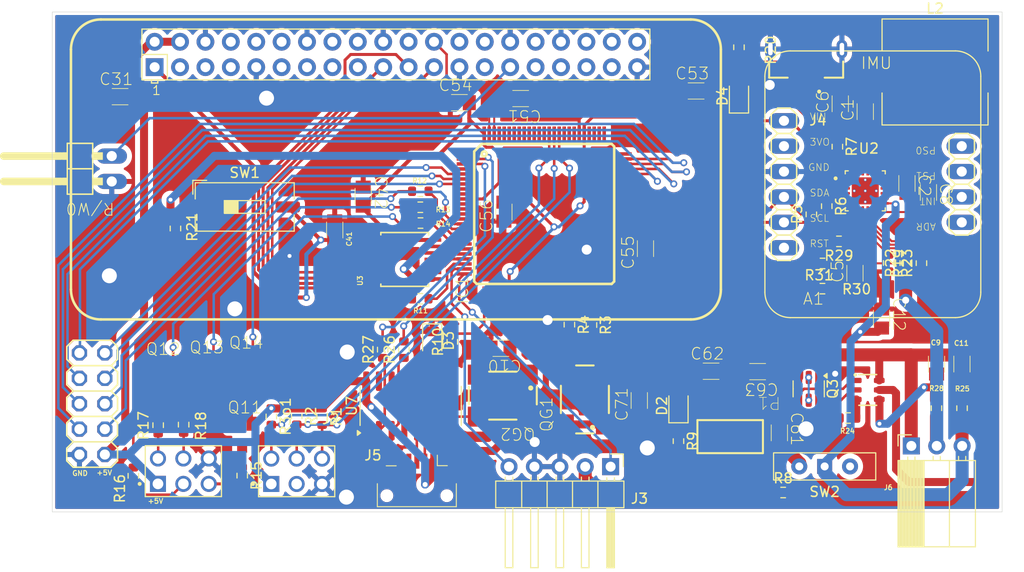
<source format=kicad_pcb>
(kicad_pcb (version 20241229) (generator "pcbnew") (generator_version "9.0")
  (layers (0 "F.Cu" signal) (2 "B.Cu" signal) (13 "F.Paste" user) (15 "B.Paste" user) (5 "F.SilkS" user "F.Silkscreen") (7 "B.SilkS" user "B.Silkscreen") (1 "F.Mask" user) (3 "B.Mask" user) (25 "Edge.Cuts" user))
  (net 0 "")
  (net 1 "/SCL")
  (net 2 "/SDA")
  (net 3 "PMID")
  (net 4 "+5V")
  (net 5 "Net-(U8-VC)")
  (net 6 "Net-(U8-VDD)")
  (net 7 "/AREF")
  (net 8 "Net-(D2-K)")
  (net 9 "Net-(D3-A)")
  (net 10 "/ERW4")
  (net 11 "/ERW8")
  (net 12 "/ERW7")
  (net 13 "/ERW6")
  (net 14 "/ERW1")
  (net 15 "/ERW2")
  (net 16 "/ERW3")
  (net 17 "/ERW5")
  (net 18 "/LED1")
  (net 19 "/{slash}RESET")
  (net 26 "/SENSOR3")
  (net 28 "/LED_BUILT_IN")
  (net 33 "/MISO")
  (net 37 "/LED2")
  (net 40 "/TX0")
  (net 42 "/LED4")
  (net 54 "/SCK")
  (net 58 "/LED3")
  (net 59 "/SENSOR1")
  (net 62 "/MOSI")
  (net 66 "/XTAL1")
  (net 68 "/RX0")
  (net 76 "/SS")
  (net 78 "/SENSOR2")
  (net 80 "Net-(C2-Pad1)")
  (net 89 "/PWM")
  (net 93 "/SS_PI")
  (net 96 "/SCK_PI")
  (net 100 "/MODE")
  (net 107 "/MOSI_PI")
  (net 114 "+3V3")
  (net 115 "/MISO_PI")
  (net 121 "/LED2_PIN")
  (net 122 "/LED3_PIN")
  (net 123 "/LED1_PIN")
  (net 124 "/LED4_PIN")
  (net 125 "/SERVO_PWM")
  (net 126 "Net-(Q3-G2)")
  (net 127 "Net-(Q3-G1)")
  (net 128 "Net-(Q3-S1{slash}D2-Pad2)")
  (net 129 "/R15")
  (net 130 "/R11")
  (net 131 "/R12")
  (net 132 "/R16")
  (net 133 "/R18")
  (net 134 "/R13")
  (net 135 "/R14")
  (net 136 "Net-(QG2-OUT)")
  (net 143 "Net-(U7-TXD)")
  (net 145 "Net-(J5-D-)")
  (net 148 "Net-(J5-D+)")
  (net 149 "Net-(U7-RXD)")
  (net 152 "Net-(U8-V-)")
  (net 154 "vcc_bat")
  (net 155 "BB")
  (net 156 "B-")
  (net 157 "B+")
  (net 158 "/R17")
  (net 163 "VREGN")
  (net 165 "SW")
  (net 169 "Net-(D4-A)")
  (net 173 "Net-(U2-BTST)")
  (net 174 "Net-(U2-ILIM)")
  (net 175 "Net-(U2-MID)")
  (net 176 "Net-(U2-CBSET)")
  (net 177 "Net-(U2-TS)")
  (net 179 "Net-(D4-K)")
  (net 182 "GND")
  (net 183 "SCL1")
  (net 184 "SDA1")
  (net 188 "Net-(U2-EP-Pad25)")
  (net 189 "VBUS")
  (net 190 "Net-(U2-PSEL)")
  (net 191 "Net-(U3-OE)")
  (footprint "Resistor_SMD:R_0603_1608Metric" (layer "F.Cu") (at 116.45 82.435 -90)
    (property "Reference" "R2")
    (property "Value" "1K")
  )
  (footprint "Resistor_SMD:R_0603_1608Metric" (layer "F.Cu") (at 170.68 64.94 180)
    (property "Reference" "R29")
    (property "Value" "5.23K")
  )
  (footprint "footprints_vehicle_pcb:BNO055_IMU" (layer "F.Cu") (at 174.07 59.23)
    (property "Reference" "A1")
    (property "Value" "BNO055" (hide yes))
  )
  (footprint "Button_Switch_SMD:SW_DIP_SPSTx01_Slide_9.78x4.72mm_W8.61mm_P2.54mm" (layer "F.Cu") (at 111.25 61.5)
    (property "Reference" "SW1")
    (property "Value" "SW_DIP_x01")
  )
  (footprint "Resistor_SMD:R_0603_1608Metric" (layer "F.Cu") (at 113.91 82.455 -90)
    (property "Reference" "R3o1")
    (property "Value" "1K")
  )
  (footprint "Resistor_SMD:R_0603_1608Metric" (layer "F.Cu") (at 177.31 67.11 90)
    (property "Reference" "R22")
    (property "Value" "300")
  )
  (footprint "footprints_vehicle_pcb:C0805_10681391" (layer "F.Cu") (at 180.44 77.26 90)
    (property "Reference" "C9")
    (property "Value" "100nF" (hide yes))
  )
  (footprint "footprints_vehicle_pcb:C0805_10681391" (layer "F.Cu") (at 137.17 61.97 -90)
    (property "Reference" "C56")
    (property "Value" "100nF" (hide yes))
  )
  (footprint "Connector_PinSocket_2.54mm:PinSocket_1x03_P2.54mm_Horizontal" (layer "F.Cu") (at 177.92 85.4 90)
    (property "Reference" "J6")
    (property "Value" "Conn_01x03_Socket" (hide yes))
  )
  (footprint "footprints_vehicle_pcb:SOT23_NMOS" (layer "F.Cu") (at 103.16 78.915 180)
    (property "Reference" "Q12")
    (property "Value" "BSS123" (hide yes))
  )
  (footprint "Resistor_SMD:R_0603_1608Metric" (layer "F.Cu") (at 143.72 73.27 -90)
    (property "Reference" "R4")
    (property "Value" "10k")
  )
  (footprint "Resistor_SMD:R_0603_1608Metric" (layer "F.Cu") (at 165.1 90.06)
    (property "Reference" "R8")
    (property "Value" "47k")
  )
  (footprint "Resistor_SMD:R_0603_1608Metric" (layer "F.Cu") (at 127.17 75.77 90)
    (property "Reference" "R26")
    (property "Value" "1k")
  )
  (footprint "Resistor_SMD:R_0603_1608Metric" (layer "F.Cu") (at 167.92 62.24 90)
    (property "Reference" "R5")
    (property "Value" "1k")
  )
  (footprint "footprints_vehicle_pcb:C0805_10681391" (layer "F.Cu") (at 151.33 65.63 -90)
    (property "Reference" "C55")
    (property "Value" "100nF" (hide yes))
  )
  (footprint "Resistor_SMD:R_0603_1608Metric" (layer "F.Cu") (at 111 88.37 -90)
    (property "Reference" "R15")
    (property "Value" "330")
  )
  (footprint "footprints_vehicle_pcb:1X02_90_rpi" (layer "F.Cu") (at 94.14 57.68 90)
    (property "Reference" "R/W0")
    (property "Value" "PINHD-1X2/90" (hide yes))
  )
  (footprint "footprints_vehicle_pcb:TQFP100_atmega2560" (layer "F.Cu") (at 141.2 62.2)
    (property "Reference" "IC1")
    (property "Value" "ATMEGAAU" (hide yes))
  )
  (footprint "footprints_vehicle_pcb:C0805_10681391" (layer "F.Cu") (at 164.72 84.13 90)
    (property "Reference" "C61")
    (property "Value" "100nF" (hide yes))
  )
  (footprint "Resistor_SMD:R_0603_1608Metric" (layer "F.Cu") (at 182.99 81.625 90)
    (property "Reference" "R25")
    (property "Value" "330" (hide yes))
  )
  (footprint "footprints_vehicle_pcb:SOT23_NMOS" (layer "F.Cu") (at 110.99 84.28 180)
    (property "Reference" "Q11")
    (property "Value" "BSS123" (hide yes))
  )
  (footprint "Resistor_SMD:R_0603_1608Metric" (layer "F.Cu") (at 170.52 55.47 -90)
    (property "Reference" "R7")
    (property "Value" "10k")
  )
  (footprint "Resistor_SMD:R_0603_1608Metric" (layer "F.Cu") (at 171.5875 82.61 180)
    (property "Reference" "R24")
    (property "Value" "1K")
  )
  (footprint "LED_SMD:LED_0805_2012Metric" (layer "F.Cu") (at 154.63 81.3975 90)
    (property "Reference" "D2")
    (property "Value" "LED")
  )
  (footprint "footprints_vehicle_pcb:C0805_10681391" (layer "F.Cu") (at 150.71 80.82 -90)
    (property "Reference" "C71")
    (property "Value" "10nF" (hide yes))
  )
  (footprint "Resistor_SMD:R_0603_1608Metric" (layer "F.Cu") (at 154.63 84.92 -90)
    (property "Reference" "R9")
    (property "Value" "330")
  )
  (footprint "footprints_vehicle_pcb:C0805_10681391" (layer "F.Cu") (at 162.51 77.97)
    (property "Reference" "C63")
    (property "Value" "220uF" (hide yes))
  )
  (footprint "footprints_vehicle_pcb:PinHeader_1x05_P2.54mm_Horizontal" (layer "F.Cu") (at 147.8425 87.475 -90)
    (property "Reference" "J3")
    (property "Value" "Conn_01x05" (hide yes))
  )
  (footprint "Resistor_SMD:R_0603_1608Metric" (layer "F.Cu") (at 178.93 67.12 90)
    (property "Reference" "R23")
    (property "Value" "1k")
  )
  (footprint "Resistor_SMD:R_0603_1608Metric" (layer "F.Cu") (at 169.03 69.67)
    (property "Reference" "R30")
    (property "Value" "1k")
  )
  (footprint "Resistor_SMD:R_0603_1608Metric" (layer "F.Cu") (at 128.81 61.53 180)
    (property "Reference" "R13")
    (property "Value" "180" (hide yes))
  )
  (footprint "footprints_vehicle_pcb:C0805_10681391" (layer "F.Cu") (at 136.83 75.63)
    (property "Reference" "C10")
    (property "Value" "10nF" (hide yes))
  )
  (footprint "footprints_vehicle_pcb:C0805_10681391" (layer "F.Cu") (at 98.82 50.47 180)
    (property "Reference" "C31")
    (property "Value" "220uF" (hide yes))
  )
  (footprint "Resistor_SMD:R_0603_1608Metric" (layer "F.Cu") (at 169.46 61.42 -90)
    (property "Reference" "R6")
    (property "Value" "1k")
  )
  (footprint "footprints_vehicle_pcb:C0805_10681391" (layer "F.Cu") (at 138.81 50.66)
    (property "Reference" "C51")
    (property "Value" "100nF" (hide yes))
  )
  (footprint "LED_SMD:LED_0805_2012Metric" (layer "F.Cu") (at 130 74.88 -90)
    (property "Reference" "D3")
    (property "Value" "LED")
  )
  (footprint "footprints_vehicle_pcb:C0805_10681391" (layer "F.Cu") (at 172.28 68.09 -90)
    (property "Reference" "C5")
    (property "Value" "4.7uF" (hide yes))
  )
  (footprint "LED_SMD:LED_0805_2012Metric" (layer "F.Cu") (at 160.68 50.42 90)
    (property "Reference" "D4")
    (property "Value" "LED")
  )
  (footprint "USB3090-XX-X_REVE2:GCT_USB3090-XX-X_REVE2" (layer "F.Cu") (at 167.4 45.71 180)
    (property "Reference" "J4")
    (property "Value" "USB3090-XX-X_REVE2")
  )
  (footprint "footprints_vehicle_pcb:SM77H_crystal_oscillator" (layer "F.Cu") (at 145.27 80.75 90)
    (property "Reference" "QG1")
    (property "Value" "XO91" (hide yes))
  )
  (footprint "Resistor_SMD:R_0603_1608Metric" (layer "F.Cu") (at 180.43 81.625 90)
    (property "Reference" "R28")
    (property "Value" "330" (hide yes))
  )
  (footprint "Resistor_SMD:R_0603_1608Metric" (layer "F.Cu") (at 128.81 59.93 180)
    (property "Reference" "R12")
    (property "Value" "180" (hide yes))
  )
  (footprint "footprints_vehicle_pcb:C0805_10681391" (layer "F.Cu") (at 156.43 49.9 180)
    (property "Reference" "C53")
    (property "Value" "100nF" (hide yes))
  )
  (footprint "footprints_vehicle_pcb:SOT23_NMOS" (layer "F.Cu") (at 111.11 78.05 180)
    (property "Reference" "Q14")
    (property "Value" "BSS123" (hide yes))
  )
  (footprint "footprints_vehicle_pcb:C0805_10681391" (layer "F.Cu") (at 173.31 51.93 -90)
    (property "Reference" "C1")
    (property "Value" "10uF" (hide yes))
  )
  (footprint "footprints_vehicle_pcb:C0805_10681391" (layer "F.Cu") (at 120.25 63.84 90)
    (property "Reference" "C41")
    (property "Value" "100nF" (hide yes))
  )
  (footprint "footprints_vehicle_pcb:TXB0104PWR" (layer "F.Cu") (at 127.25 66.75)
    (property "Reference" "U3")
    (property "Value" "TXB0104PWR" (hide yes))
  )
  (footprint "footprints_vehicle_pcb:C0805_10681391" (layer "F.Cu") (at 177.48 59.19 90)
    (property "Reference" "C2")
    (property "Value" "44uF" (hide yes))
  )
  (footprint "Resistor_SMD:R_0603_1608Metric" (layer "F.Cu") (at 132.01 74.99 90)
    (property "Reference" "R10")
    (property "Value" "330")
  )
  (footprint "Button_Switch_THT:SW_Slide-03_Wuerth-WS-SLTV_10x2.5x6.4_P2.54mm" (layer "F.Cu") (at 169.25 87.45 180)
    (property "Reference" "SW2")
    (property "Value" "SW_DPDT_x2")
  )
  (footprint "footprints_vehicle_pcb:C0805_10681391" (layer "F.Cu") (at 182.98 77.25 90)
    (property "Reference" "C11")
    (property "Value" "100nF" (hide yes))
  )
  (footprint "footprints_vehicle_pcb:C0805_10681391" (layer "F.Cu") (at 132.76 51.07 180)
    (property "Reference" "C54")
    (property "Value" "100nF" (hide yes))
  )
  (footprint "Resistor_SMD:R_0603_1608Metric" (layer "F.Cu") (at 102.5925 83.325 -90)
    (property "Reference" "R17")
    (property "Value" "330" (hide yes))
  )
  (footprint "footprints_vehicle_pcb:SOT223_ncp1117" (layer "F.Cu") (at 159.8 84.47)
    (property "Reference" "P1")
    (property "Value" "NCP1117" (hide yes))
  )
  (footprint "Resistor_SMD:R_0603_1608Metric" (layer "F.Cu") (at 105.14 83.27 -90)
    (property "Reference" "R18")
    (property "Value" "330" (hide yes))
  )
  (footprint "footprints_vehicle_pcb:SM77H_crystal_oscillator" (layer "F.Cu") (at 137.06 80.37 180)
    (property "Reference" "QG2")
    (property "Value" "XO91" (hide yes))
  )
  (footprint "Resistor_SMD:R_0603_1608Metric" (layer "F.Cu") (at 175.65 67.105 -90)
    (property "Reference" "R19")
    (property "Value" "383")
  )
  (footprint "Package_TO_SOT_SMD:SOT-23-6" (layer "F.Cu") (at 167.655 79.69 -90)
    (property "Reference" "Q3")
    (property "Value" "DMG9926UDM")
  )
  (footprint "Resistor_SMD:R_0603_1608Metric" (layer "F.Cu") (at 125.05 75.77 90)
    (property "Reference" "R27")
    (property "Value" "1k")
  )
  (footprint "Resistor_SMD:R_0603_1608Metric" (layer "F.Cu") (at 128.81 70.68 180)
    (property "Reference" "R11")
    (property "Value" "180" (hide yes))
  )
  (footprint "footprints_vehicle_pcb:C0805_10681391" (layer "F.Cu") (at 123.1 60.47 90)
    (property "Reference" "C42")
    (property "Value" "100nF" (hide yes))
  )
  (footprint "footprints_vehicle_pcb:HARWIN_M20-9980346" (layer "F.Cu") (at 105.1125 87.925)
    (property "Reference" "J1" (hide yes))
    (property "Value" "Conn_02x03_Counter_Clockwise" (hide yes))
  )
  (footprint "footprints_vehicle_pcb:SOT23_NMOS" (layer "F.Cu") (at 107.17 78.94 180)
    (property "Reference" "Q13")
    (property "Value" "BSS123" (hide yes))
  )
  (footprint "Resistor_SMD:R_0603_1608Metric" (layer "F.Cu") (at 118.99 82.48 -90)
    (property "Reference" "R1")
    (property "Value" "1K")
  )
  (footprint "footprints_vehicle_pcb:C0805_10681391" (layer "F.Cu") (at 174.94 72.66 90)
    (property "Reference" "C12")
    (property "Value" "10uF" (hide yes))
  )
  (footprint "Resistor_SMD:R_0603_1608Metric" (layer "F.Cu") (at 145.93 73.31 -90)
    (property "Reference" "R3")
    (property "Value" "10k")
  )
  (footprint "Connector_USB:USB_Mini-B_AdamTech_MUSB-B5-S-VT-TSMT-1_SMD_Vertical" (layer "F.Cu") (at 128.4625 88.525 -90)
    (property "Reference" "J5")
    (property "Value" "USB_B_Mini")
  )
  (footprint "Resistor_SMD:R_0603_1608Metric" (layer "F.Cu") (at 160.68 45.53 -90)
    (property "Reference" "R20")
    (property "Value" "2.2K")
  )
  (footprint "BQ25887RGET:QFN50P400X400X100-25N" (layer "F.Cu") (at 173.31 59.89)
    (property "Reference" "U2")
    (property "Value" "BQ25887RGET")
  )
  (footprint "footprints_vehicle_pcb:2X05_EXT_PINS" (layer "F.Cu") (at 95.99 81.18 90)
    (property "Reference" "EXT_PINS0" (hide yes))
    (property "Value" "PINHD-2X5" (hide yes))
  )
  (footprint "Resistor_SMD:R_0603_1608Metric" (layer "F.Cu") (at 169.04 67.15 180)
    (property "Reference" "R31")
    (property "Value" "1k")
  )
  (footprint "Resistor_SMD:R_0603_1608Metric" (layer "F.Cu") (at 100.11 88.39 -90)
    (property "Reference" "R16")
    (property "Value" "330")
  )
  (footprint "footprints_vehicle_pcb:C0805_10681391" (layer "F.Cu") (at 157.93 77.93 180)
    (property "Reference" "C62")
    (property "Value" "100nF" (hide yes))
  )
  (footprint "footprints_vehicle_pcb:rpi_zero_w" (layer "F.Cu") (at 93.87 72.75)
    (property "Reference" "IC2" (hide yes))
    (property "Value" "RPI-ZERO" (hide yes))
  )
  (footprint "Resistor_SMD:R_0603_1608Metric" (layer "F.Cu") (at 128.83 63.11 180)
    (property "Reference" "R14")
    (property "Value" "180" (hide yes))
  )
  (footprint "footprints_vehicle_pcb:HARWIN_M20-9980346" (layer "F.Cu") (at 116.4425 87.935)
    (property "Reference" "J2")
    (property "Value" "Conn_02x03_Counter_Clockwise" (hide yes))
  )
  (footprint "footprints_vehicle_pcb:C0805_10681391" (layer "F.Cu") (at 170.81 51.14 -90)
    (property "Reference" "C6")
    (property "Value" "1uF" (hide yes))
  )
  (footprint "Package_SO:SOIC-16_3.9x9.9mm_P1.27mm" (layer "F.Cu") (at 127.8475 81.4 90)
    (property "Reference" "U7")
    (property "Value" "CH340G")
  )
  (footprint "Inductor_SMD:L_10.4x10.4_H4.8" (layer "F.Cu") (at 180.29 48)
    (property "Reference" "L2")
    (property "Value" "1uH")
  )
  (footprint "footprints_vehicle_pcb:C0805_10681391" (layer "F.Cu") (at 179.63 60.09 90)
    (property "Reference" "C8")
    (property "Value" "47nF" (hide yes))
  )
  (footprint "Resistor_SMD:R_0603_1608Metric" (layer "F.Cu") (at 104.32 63.655 -90)
    (property "Reference" "R21")
    (property "Value" "20k")
  )
  (footprint "PCM_JLCPCB:SOT-23-6_L2.9-W1.6-P0.95-LS2.8-BL" (layer "F.Cu") (at 173.56 79.8 -90)
    (property "Reference" "U8" (hide yes))
    (property "Value" "R5460N")
  )
  (gr_rect (start 92 42) (end 187 92) (stroke (width 0.05)) (fill no) (layer "Edge.Cuts"))
  (gr_text "+5V" (at 101.5 91.21 0) (layer "F.SilkS") (effects (font (size 0.5 0.5) (thickness 0.1)) (justify left bottom)))
  (gr_text "+5V" (at 96.38 88.37 0) (layer "F.SilkS") (effects (font (size 0.5 0.5) (thickness 0.1)) (justify left bottom)))
  (gr_text "GND" (at 93.95 88.43 0) (layer "F.SilkS") (effects (font (size 0.5 0.5) (thickness 0.1)) (justify left bottom)))
  (segment (start 143.7 72.425) (end 143.72 72.445) (width 0.3) (layer "F.Cu") (net 1))
  (segment (start 163.15 63.04) (end 165.18 63.04) (width 0.3) (layer "F.Cu") (net 1))
  (segment (start 152.96 73.23) (end 163.15 63.04) (width 0.3) (layer "F.Cu") (net 1))
  (segment (start 170.558 62.61818) (end 170.11118 63.065) (width 0.2) (layer "F.Cu") (net 1))
  (segment (start 170.985342 60.64) (end 170.558 61.067342) (width 0.2) (layer "F.Cu") (net 1))
  (segment (start 170.558 61.067342) (end 170.558 62.61818) (width 0.2) (layer "F.Cu") (net 1))
  (segment (start 165.18 63.04) (end 167.895 63.04) (width 0.3) (layer "F.Cu") (net 1))
  (segment (start 144.505 73.23) (end 152.96 73.23) (width 0.3) (layer "F.Cu") (net 1))
  (segment (start 143.7 70.2) (end 143.7 72.425) (width 0.3) (layer "F.Cu") (net 1))
  (segment (start 170.11118 63.065) (end 167.92 63.065) (width 0.2) (layer "F.Cu") (net 1))
  (segment (start 143.72 72.445) (end 144.505 73.23) (width 0.3) (layer "F.Cu") (net 1))
  (segment (start 171.365 60.64) (end 170.985342 60.64) (width 0.2) (layer "F.Cu") (net 1))
  (segment (start 167.895 63.04) (end 167.92 63.065) (width 0.3) (layer "F.Cu") (net 1))
  (segment (start 152.975 72.485) (end 164.96 60.5) (width 0.3) (layer "F.Cu") (net 2))
  (segment (start 170.94 60.14) (end 170.188 60.892) (width 0.2) (layer "F.Cu") (net 2))
  (segment (start 165.18 60.5) (end 165.28 60.5) (width 0.3) (layer "F.Cu") (net 2))
  (segment (start 145.93 72.485) (end 152.975 72.485) (width 0.3) (layer "F.Cu") (net 2))
  (segment (start 165.28 60.5) (end 165.285 60.495) (width 0.3) (layer "F.Cu") (net 2))
  (segment (start 170.188 61.517) (end 169.46 62.245) (width 0.2) (layer "F.Cu") (net 2))
  (segment (start 164.96 60.5) (end 165.18 60.5) (width 0.3) (layer "F.Cu") (net 2))
  (segment (start 144.2 71.25) (end 145.435 72.485) (width 0.3) (layer "F.Cu") (net 2))
  (segment (start 166.925 62.245) (end 169.46 62.245) (width 0.3) (layer "F.Cu") (net 2))
  (segment (start 170.188 60.892) (end 170.188 61.517) (width 0.2) (layer "F.Cu") (net 2))
  (segment (start 171.365 60.14) (end 170.94 60.14) (width 0.2) (layer "F.Cu") (net 2))
  (segment (start 145.435 72.485) (end 145.93 72.485) (width 0.3) (layer "F.Cu") (net 2))
  (segment (start 165.18 60.5) (end 166.925 62.245) (width 0.3) (layer "F.Cu") (net 2))
  (segment (start 144.2 70.2) (end 144.2 71.25) (width 0.3) (layer "F.Cu") (net 2))
  (segment (start 173.06 57.566124) (end 173.06 57.945) (width 0.2) (layer "F.Cu") (net 3))
  (segment (start 173.38 57.945) (end 173.06 57.945) (width 0.2) (layer "F.Cu") (net 3))
  (segment (start 176.14 50.056) (end 173.316 52.88) (width 0.2) (layer "F.Cu") (net 3))
  (segment (start 176.14 48) (end 176.14 50.056) (width 0.2) (layer "F.Cu") (net 3))
  (segment (start 173.06 57.945) (end 173.06 57.88) (width 0.2) (layer "F.Cu") (net 3))
  (segment (start 172.166 56.672124) (end 173.06 57.566124) (width 0.2) (layer "F.Cu") (net 3))
  (segment (start 173.31 52.88) (end 172.166 54.024) (width 0.2) (layer "F.Cu") (net 3))
  (segment (start 173.56 57.945) (end 173.38 57.945) (width 0.2) (layer "F.Cu") (net 3))
  (segment (start 173.316 52.88) (end 173.31 52.88) (width 0.2) (layer "F.Cu") (net 3))
  (segment (start 173.06 57.88) (end 173.05 57.87) (width 0.2) (layer "F.Cu") (net 3))
  (segment (start 172.166 54.024) (end 172.166 56.672124) (width 0.2) (layer "F.Cu") (net 3))
  (segment (start 101.18 72.6) (end 99.3 74.48) (width 0.8) (layer "F.Cu") (net 4))
  (segment (start 153.32 81.77) (end 154.63 80.46) (width 0.8) (layer "F.Cu") (net 4))
  (segment (start 140.34 83.25) (end 139.56 82.47) (width 0.8) (layer "F.Cu") (net 4))
  (segment (start 168.64 61.415) (end 169.46 60.595) (width 0.2) (layer "F.Cu") (net 4))
  (segment (start 101.18 51.88) (end 101.18 72.6) (width 0.8) (layer "F.Cu") (net 4))
  (segment (start 145.2 60.231) (end 145.2 60.98) (width 0.3) (layer "F.Cu") (net 4))
  (segment (start 133.2 60.7) (end 135.07 60.7) (width 0.3) (layer "F.Cu") (net 4))
  (segment (start 165.18 52.88) (end 165.8 52.88) (width 0.3) (layer "F.Cu") (net 4))
  (segment (start 145.2 53.34) (end 146.03 52.51) (width 0.3) (layer "F.Cu") (net 4))
  (segment (start 135.2 55.33) (end 135.2 54.2) (width 0.3) (layer "F.Cu") (net 4))
  (segment (start 168.265 60.595) (end 169.46 60.595) (width 0.3) (layer "F.Cu") (net 4))
  (segment (start 123.915 81.515) (end 123.93 81.53) (width 0.8) (layer "F.Cu") (net 4))
  (segment (start 135.4 55.53) (end 135.2 55.33) (width 0.3) (layer "F.Cu") (net 4))
  (segment (start 136.69 59.08) (end 137.17 59.56) (width 0.3) (layer "F.Cu") (net 4))
  (segment (start 135.07 60.7) (end 136.69 59.08) (width 0.3) (layer "F.Cu") (net 4))
  (segment (start 148.85 81.77) (end 147.37 83.25) (width 0.8) (layer "F.Cu") (net 4))
  (segment (start 137.8 67.95) (end 137.7 68.05) (width 0.3) (layer "F.Cu") (net 4))
  (segment (start 131.0875 85.9) (end 130.0655 86.922) (width 0.8) (layer "F.Cu") (net 4))
  (segment (start 145.89 74.095) (end 145.93 74.135) (width 0.3) (layer "F.Cu") (net 4))
  (segment (start 157.43 49.85) (end 157.38 49.9) (width 0.3) (layer "F.Cu") (net 4))
  (segment (start 167.63 59.96) (end 168.265 60.595) (width 0.3) (layer "F.Cu") (net 4))
  (segment (start 145.2 54.2) (end 145.2 53.34) (width 0.3) (layer "F.Cu") (net 4))
  (segment (start 143.72 74.095) (end 145.89 74.095) (width 0.3) (layer "F.Cu") (net 4))
  (segment (start 157.38 49.9) (end 157.38 51.35) (width 0.3) (layer "F.Cu") (net 4))
  (segment (start 150.71 81.77) (end 153.32 81.77) (width 0.8) (layer "F.Cu") (net 4))
  (segment (start 158.92 77.97) (end 158.88 77.93) (width 0.8) (layer "F.Cu") (net 4))
  (segment (start 136.01 55.53) (end 135.4 55.53) (width 0.3) (layer "F.Cu") (net 4))
  (segment (start 154.63 80.46) (end 154.63 78.38) (width 0.8) (layer "F.Cu") (net 4))
  (segment (start 158.91 52.88) (end 165.18 52.88) (width 0.3) (layer "F.Cu") (net 4))
  (segment (start 102.24 44.98) (end 104.78 44.98) (width 0.8) (layer "F.Cu") (net 4))
  (segment (start 123.1 61.42) (end 127.96 56.56) (width 0.4) (layer "F.Cu") (net 4))
  (segment (start 113.935 81.655) (end 113.91 81.63) (width 0.8) (layer "F.Cu") (net 4))
  (segment (start 123.4025 81.0025) (end 123.915 81.515) (width 0.8) (layer "F.Cu") (net 4))
  (segment (start 137.7 75.55) (end 137.78 75.63) (width 0.3) (layer "F.Cu") (net 4))
  (segment (start 118.99 81.655) (end 113.935 81.655) (width 0.8) (layer "F.Cu") (net 4))
  (segment (start 126.24 64.8) (end 123.1 61.66) (width 0.4) (layer "F.Cu") (net 4))
  (segment (start 123.1 61.66) (end 123.1 61.42) (width 0.4) (layer "F.Cu") (net 4))
  (segment (start 150.71 81.77) (end 148.85 81.77) (width 0.8) (layer "F.Cu") (net 4))
  (segment (start 158.88 80.451) (end 159.8 81.371) (width 0.8) (layer "F.Cu") (net 4))
  (segment (start 133.71 53.25) (end 133.71 52.62) (width 0.4) (layer "F.Cu") (net 4))
  (segment (start 130.0655 86.922) (end 130.0655 88.4845) (width 0.8) (layer "F.Cu") (net 4))
  (segment (start 135.2 54.2) (end 133.71 52.71) (width 0.3) (layer "F.Cu") (net 4))
  (segment (start 130.0655 86.922) (end 130.0655 86.925) (width 0.8) (layer "F.Cu") (net 4))
  (segment (start 145.2 60.98) (end 144.79 61.39) (width 0.3) (layer "F.Cu") (net 4))
  (segment (start 148.169 63.2) (end 149.2 63.2) (width 0.3) (layer "F.Cu") (net 4))
  (segment (start 137.78 75.63) (end 137.78 76.49) (width 0.8) (layer "F.Cu") (net 4))
  (segment (start 139.56 82.47) (end 136.13 85.9) (width 0.8) (layer "F.Cu") (net 4))
  (segment (start 151.33 64.299) (end 151.33 64.68) (width 0.3) (layer "F.Cu") (net 4))
  (segment (start 99.77 50.47) (end 101.18 51.88) (width 0.8) (layer "F.Cu") (net 4))
  (segment (start 133.71 52.62) (end 133.71 51.07) (width 0.4) (layer "F.Cu") (net 4))
  (segment (start 99.77 47.11) (end 99.77 50.47) (width 0.8) (layer "F.Cu") (net 4))
  (segment (start 165.8 52.88) (end 167.63 54.71) (width 0.3) (layer "F.Cu") (net 4))
  (segment (start 133.71 52.71) (end 133.71 52.62) (width 0.3) (layer "F.Cu") (net 4))
  (segment (start 137.7 68.05) (end 137.7 70.2) (width 0.3) (layer "F.Cu") (net 4))
  (segment (start 159.8 81.371) (end 159.8 87.5688) (width 0.8) (layer "F.Cu") (net 4))
  (segment (start 158.889 80.46) (end 159.8 81.371) (width 0.8) (layer "F.Cu") (net 4))
  (segment (start 99.3 84.22) (end 97.26 86.26) (width 0.8) (layer "F.Cu") (net 4))
  (segment (start 118.99 81.59) (end 119 81.6) (width 0.8) (layer "F.Cu") (net 4))
  (segment (start 147.37 83.25) (end 143.17 83.25) (width 0.8) (layer "F.Cu") (net 4))
  (segment (start 150.231 63.2) (end 151.33 64.299) (width 0.3) (layer "F.Cu") (net 4))
  (segment (start 101.9 44.98) (end 99.77 47.11) (width 0.8) (layer "F.Cu") (net 4))
  (segment (start 123.4025 78.925) (end 123.4025 81.0025) (width 0.8) (layer "F.Cu") (net 4))
  (segment (start 135.222 54.222) (end 135.2 54.2) (width 0.3) (layer "F.Cu") (net 4))
  (segment (start 121.675 78.925) (end 119 81.6) (width 0.8) (layer "F.Cu") (net 4))
  (segment (start 143.17 83.25) (end 140.34 83.25) (width 0.8) (layer "F.Cu") (net 4))
  (segment (start 149.2 63.2) (end 150.231 63.2) (width 0.3) (layer "F.Cu") (net 4))
  (segment (start 133.71 51.07) (end 133.71 52.738) (width 0.2) (layer "F.Cu") (net 4))
  (segment (start 136.69 59.08) (end 137.77 59.08) (width 0.3) (layer "F.Cu") (net 4))
  (segment (start 139.56 82.47) (end 139.56 78.27) (width 0.8) (layer "F.Cu") (net 4))
  (segment (start 158.88 77.93) (end 158.88 80.451) (width 0.8) (layer "F.Cu") (net 4))
  (segment (start 102.24 44.98) (end 101.9 44.98) (width 0.8) (layer "F.Cu") (net 4))
  (segment (start 135.222 54.622) (end 135.2 54.6) (width 0.3) (layer "F.Cu") (net 4))
  (segment (start 136.13 85.9) (end 131.0875 85.9) (width 0.8) (layer "F.Cu") (net 4))
  (segment (start 126.24 64.8) (end 130.0694 64.8) (width 0.4) (layer "F.Cu") (net 4))
  (segment (start 136.69 59.08) (end 136.69 56.21) (width 0.3) (layer "F.Cu") (net 4))
  (segment (start 154.63 80.46) (end 158.889 80.46) (width 0.8) (layer "F.Cu") (net 4))
  (segment (start 154.77 52.51) (end 157.38 49.9) (width 0.3) (layer "F.Cu") (net 4))
  (segment (start 167.63 54.71) (end 167.63 59.96) (width 0.3) (layer "F.Cu") (net 4))
  (segment (start 154.63 78.38) (end 150.385 74.135) (width 0.8) (layer "F.Cu") (net 4))
  (segment (start 127.96 56.56) (end 130.4 56.56) (width 0.4) (layer "F.Cu") (net 4))
  (segment (start 157.38 51.35) (end 158.91 52.88) (width 0.3) (layer "F.Cu") (net 4))
  (segment (start 146.03 52.51) (end 154.77 52.51) (width 0.3) (layer "F.Cu") (net 4))
  (segment (start 150.385 74.135) (end 145.93 74.135) (width 0.8) (layer "F.Cu") (net 4))
  (segment (start 145.2 54.2) (end 145.2 60.231) (width 0.3) (layer "F.Cu") (net 4))
  (segment (start 130.0655 88.4845) (end 129.29 89.26) (width 0.8) (layer "F.Cu") (net 4))
  (segment (start 123.4025 78.925) (end 121.675 78.925) (width 0.8) (layer "F.Cu") (net 4))
  (segment (start 145.2 60.231) (end 148.169 63.2) (width 0.3) (layer "F.Cu") (net 4))
  (segment (start 136.69 56.21) (end 136.01 55.53) (width 0.3) (layer "F.Cu") (net 4))
  (segment (start 137.7 70.2) (end 137.7 75.55) (width 0.3) (layer "F.Cu") (net 4))
  (segment (start 137.78 76.49) (end 139.56 78.27) (width 0.8) (layer "F.Cu") (net 4))
  (segment (start 161.56 77.97) (end 158.92 77.97) (width 0.8) (layer "F.Cu") (net 4))
  (segment (start 99.3 74.48) (end 99.3 84.22) (width 0.8) (layer "F.Cu") (net 4))
  (segment (start 137.77 59.08) (end 142.18 63.49) (width 0.3) (layer "F.Cu") (net 4))
  (segment (start 130.4 56.56) (end 133.71 53.25) (width 0.4) (layer "F.Cu") (net 4))
  (segment (start 167.92 61.415) (end 168.64 61.415) (width 0.2) (layer "F.Cu") (net 4))
  (segment (start 137.17 59.56) (end 137.17 61.02) (width 0.3) (layer "F.Cu") (net 4))
  (via (at 113.91 81.63) (size 0.7) (drill 0.4) (layers "F.Cu" "B.Cu") (net 4))
  (via (at 137.8 67.95) (size 0.7) (drill 0.4) (layers "F.Cu" "B.Cu") (net 4))
  (via (at 144.79 61.39) (size 0.7) (drill 0.4) (layers "F.Cu" "B.Cu") (net 4))
  (via (at 142.18 63.49) (size 0.7) (drill 0.4) (layers "F.Cu" "B.Cu") (net 4))
  (via (at 123.915 81.515) (size 0.8) (drill 0.5) (layers "F.Cu" "B.Cu") (net 4))
  (via (at 129.29 89.26) (size 0.8) (drill 0.5) (layers "F.Cu" "B.Cu") (net 4))
  (segment (start 99.6375 86.26) (end 102.5725 89.195) (width 0.8) (layer "B.Cu") (net 4))
  (segment (start 112.32 83.22) (end 112.32 85.01) (width 0.8) (layer "B.Cu") (net 4))
  (segment (start 142.18 63.57) (end 142.18 63.49) (width 0.3) (layer "B.Cu") (net 4))
  (segment (start 100.8875 85.01) (end 112.32 85.01) (width 0.8) (layer "B.Cu") (net 4))
  (segment (start 112.32 85.01) (end 112.32 87.6225) (width 0.8) (layer "B.Cu") (net 4))
  (segment (start 144.79 61.39) (end 142.69 63.49) (width 0.3) (layer "B.Cu") (net 4))
  (segment (start 129.29 86.89) (end 129.29 89.26) (width 0.8) (layer "B.Cu") (net 4))
  (segment (start 137.8 67.95) (end 142.18 63.57) (width 0.3) (layer "B.Cu") (net 4))
  (segment (start 99.6375 86.26) (end 97.26 86.26) (width 0.8) (layer "B.Cu") (net 4))
  (segment (start 113.91 81.63) (end 112.32 83.22) (width 0.8) (layer "B.Cu") (net 4))
  (segment (start 123.915 81.515) (end 129.29 86.89) (width 0.8) (layer "B.Cu") (net 4))
  (segment (start 99.6375 86.26) (end 100.8875 85.01) (width 0.8) (layer "B.Cu") (net 4))
  (segment (start 142.69 63.49) (end 142.18 63.49) (width 0.3) (layer "B.Cu") (net 4))
  (segment (start 112.32 87.6225) (end 113.9025 89.205) (width 0.8) (layer "B.Cu") (net 4))
  (segment (start 174.73 83.18) (end 174.73 80.77) (width 0.8) (layer "F.Cu") (net 5))
  (segment (start 180.43 78.22) (end 180.44 78.21) (width 1.3) (layer "F.Cu") (net 5))
  (segment (start 180.43 80.8) (end 180.43 78.22) (width 1.3) (layer "F.Cu") (net 5))
  (segment (start 174.73 80.77) (end 174.716 80.756) (width 0.8) (layer "F.Cu") (net 5))
  (segment (start 180.44 79.54) (end 179.18 79.54) (width 0.8) (layer "F.Cu") (net 5))
  (segment (start 174.716 80.756) (end 174.71 80.756) (width 0.8) (layer "F.Cu") (net 5))
  (via (at 174.73 83.18) (size 0.7) (drill 0.4) (layers "F.Cu" "B.Cu") (net 5))
  (via (at 179.18 79.54) (size 0.7) (drill 0.4) (layers "F.Cu" "B.Cu") (net 5))
  (segment (start 175.54 83.18) (end 174.73 83.18) (width 0.8) (layer "B.Cu") (net 5))
  (segment (start 179.18 79.54) (end 175.54 83.18) (width 0.8) (layer "B.Cu") (net 5))
  (segment (start 184.35 80.8) (end 182.99 80.8) (width 0.8) (layer "F.Cu") (net 6))
  (segment (start 176.39 80.12) (end 176.39 87.74) (width 0.8) (layer "F.Cu") (net 6))
  (segment (start 176.073 79.803) (end 176.39 80.12) (width 0.8) (layer "F.Cu") (net 6))
  (segment (start 184.33 89.01) (end 185.55 87.79) (width 0.8) (layer "F.Cu") (net 6))
  (segment (start 174.71 79.803) (end 176.073 79.803) (width 0.8) (layer "F.Cu") (net 6))
  (segment (start 185.55 82) (end 184.35 80.8) (width 0.8) (layer "F.Cu") (net 6))
  (segment (start 185.55 87.79) (end 185.55 82) (width 0.8) (layer "F.Cu") (net 6))
  (segment (start 177.66 89.01) (end 184.33 89.01) (width 0.8) (layer "F.Cu") (net 6))
  (segment (start 182.99 78.16) (end 182.99 80.8) (width 1.3) (layer "F.Cu") (net 6))
  (segment (start 176.39 87.74) (end 177.66 89.01) (width 0.8) (layer "F.Cu") (net 6))
  (segment (start 183 80.79) (end 182.99 80.8) (width 1.3) (layer "F.Cu") (net 6))
  (segment (start 136.2 52.32) (end 137.86 50.66) (width 0.2) (layer "F.Cu") (net 7))
  (segment (start 136.2 54.2) (end 136.2 52.32) (width 0.2) (layer "F.Cu") (net 7))
  (segment (start 154.63 82.335) (end 154.63 84.095) (width 0.254) (layer "F.Cu") (net 8))
  (segment (start 132.01 75.815) (end 130.0025 75.815) (width 0.254) (layer "F.Cu") (net 9))
  (segment (start 131.66 75.945) (end 131.665 75.94) (width 0.254) (layer "F.Cu") (net 9))
  (segment (start 152.523522 58.933522) (end 151.79 58.2) (width 0.254) (layer "F.Cu") (net 10))
  (segment (start 151.79 58.2) (end 149.2 58.2) (width 0.254) (layer "F.Cu") (net 10))
  (via (at 152.523522 58.933679) (size 0.7) (drill 0.4) (layers "F.Cu" "B.Cu") (net 10))
  (segment (start 107.57 54.94) (end 94.77 67.74) (width 0.254) (layer "B.Cu") (net 10))
  (segment (start 152.523522 58.933679) (end 148.529843 54.94) (width 0.254) (layer "B.Cu") (net 10))
  (segment (start 94.77 67.74) (end 94.77 76.05) (width 0.254) (layer "B.Cu") (net 10))
  (segment (start 94.77 76.05) (end 94.72 76.1) (width 0.254) (layer "B.Cu") (net 10))
  (segment (start 148.529843 54.94) (end 107.57 54.94) (width 0.254) (layer "B.Cu") (net 10))
  (segment (start 131.57 58.2) (end 133.2 58.2) (width 0.254) (layer "F.Cu") (net 11))
  (segment (start 129.39 57.56) (end 130.93 57.56) (width 0.254) (layer "F.Cu") (net 11))
  (segment (start 130.93 57.56) (end 131.57 58.2) (width 0.254) (layer "F.Cu") (net 11))
  (via (at 129.39 57.56) (size 0.7) (drill 0.4) (layers "F.Cu" "B.Cu") (net 11))
  (segment (start 115.8 57.56) (end 97.26 76.1) (width 0.254) (layer "B.Cu") (net 11))
  (segment (start 129.39 57.56) (end 115.8 57.56) (width 0.254) (layer "B.Cu") (net 11))
  (segment (start 131.118127 58.7) (end 130.818127 58.4) (width 0.254) (layer "F.Cu") (net 12))
  (segment (start 133.2 58.7) (end 131.118127 58.7) (width 0.254) (layer "F.Cu") (net 12))
  (segment (start 130.818127 58.4) (end 129.97 58.4) (width 0.254) (layer "F.Cu") (net 12))
  (via (at 129.97 58.4) (size 0.7) (drill 0.4) (layers "F.Cu" "B.Cu") (net 12))
  (segment (start 98.54 75.84) (end 98.54 77.36) (width 0.254) (layer "B.Cu") (net 12))
  (segment (start 98.54 77.36) (end 97.26 78.64) (width 0.254) (layer "B.Cu") (net 12))
  (segment (start 115.98 58.4) (end 98.54 75.84) (width 0.254) (layer "B.Cu") (net 12))
  (segment (start 129.97 58.4) (end 115.98 58.4) (width 0.254) (layer "B.Cu") (net 12))
  (segment (start 133.2 59.2) (end 130.73 59.2) (width 0.254) (layer "F.Cu") (net 13))
  (via (at 130.73 59.2) (size 0.7) (drill 0.4) (layers "F.Cu" "B.Cu") (net 13))
  (segment (start 116.11 59.2) (end 98.947 76.363) (width 0.254) (layer "B.Cu") (net 13))
  (segment (start 130.73 59.2) (end 116.11 59.2) (width 0.254) (layer "B.Cu") (net 13))
  (segment (start 98.947 79.493) (end 97.26 81.18) (width 0.254) (layer "B.Cu") (net 13))
  (segment (start 98.947 76.363) (end 98.947 79.493) (width 0.254) (layer "B.Cu") (net 13))
  (segment (start 155.16 57.08) (end 154.07 57.08) (width 0.254) (layer "F.Cu") (net 14))
  (segment (start 154.07 57.08) (end 153.69 56.7) (width 0.254) (layer "F.Cu") (net 14))
  (segment (start 153.69 56.7) (end 149.2 56.7) (width 0.254) (layer "F.Cu") (net 14))
  (via (at 155.16 57.08) (size 0.7) (drill 0.4) (layers "F.Cu" "B.Cu") (net 14))
  (segment (start 155.16 57.08) (end 154.060953 57.08) (width 0.254) (layer "B.Cu") (net 14))
  (segment (start 92.61 67.33) (end 92.61 81.61) (width 0.254) (layer "B.Cu") (net 14))
  (segment (start 154.060953 57.08) (end 150.180953 53.2) (width 0.254) (layer "B.Cu") (net 14))
  (segment (start 150.180953 53.2) (end 106.74 53.2) (width 0.254) (layer "B.Cu") (net 14))
  (segment (start 106.74 53.2) (end 92.61 67.33) (width 0.254) (layer "B.Cu") (net 14))
  (segment (start 92.61 81.61) (end 94.72 83.72) (width 0.254) (layer "B.Cu") (net 14))
  (segment (start 155.43 57.99) (end 153.97 57.99) (width 0.254) (layer "F.Cu") (net 15))
  (segment (start 153.18 57.2) (end 149.2 57.2) (width 0.254) (layer "F.Cu") (net 15))
  (segment (start 153.97 57.99) (end 153.18 57.2) (width 0.254) (layer "F.Cu") (net 15))
  (segment (start 155.43 57.99) (end 154.09 57.99) (width 0.254) (layer "F.Cu") (net 15))
  (via (at 155.43 57.99) (size 0.7) (drill 0.4) (layers "F.Cu" "B.Cu") (net 15))
  (segment (start 93.07 67.73) (end 93.07 79.53) (width 0.254) (layer "B.Cu") (net 15))
  (segment (start 106.99 53.81) (end 93.07 67.73) (width 0.254) (layer "B.Cu") (net 15))
  (segment (start 93.07 79.53) (end 94.72 81.18) (width 0.254) (layer "B.Cu") (net 15))
  (segment (start 149.79 53.81) (end 106.99 53.81) (width 0.254) (layer "B.Cu") (net 15))
  (segment (start 155.43 57.99) (end 153.97 57.99) (width 0.254) (layer "B.Cu") (net 15))
  (segment (start 153.97 57.99) (end 149.79 53.81) (width 0.254) (layer "B.Cu") (net 15))
  (segment (start 153.4 58.43) (end 153.4 58.426184) (width 0.254) (layer "F.Cu") (net 16))
  (segment (start 154.16 59.19) (end 153.4 58.43) (width 0.254) (layer "F.Cu") (net 16))
  (segment (start 153.4 58.426184) (end 152.673816 57.7) (width 0.254) (layer "F.Cu") (net 16))
  (segment (start 152.673816 57.7) (end 149.2 57.7) (width 0.254) (layer "F.Cu") (net 16))
  (via (at 154.16 59.19) (size 0.7) (drill 0.4) (layers "F.Cu" "B.Cu") (net 16))
  (segment (start 154.16 59.19) (end 154.07 59.19) (width 0.254) (layer "B.Cu") (net 16))
  (segment (start 93.527 77.447) (end 94.72 78.64) (width 0.254) (layer "B.Cu") (net 16))
  (segment (start 93.527 68.223) (end 93.527 77.447) (width 0.254) (layer "B.Cu") (net 16))
  (segment (start 149.27 54.39) (end 107.36 54.39) (width 0.254) (layer "B.Cu") (net 16))
  (segment (start 107.36 54.39) (end 93.527 68.223) (width 0.254) (layer "B.Cu") (net 16))
  (segment (start 154.07 59.19) (end 149.27 54.39) (width 0.254) (layer "B.Cu") (net 16))
  (segment (start 131.33 61.03) (end 131.33 62.315) (width 0.254) (layer "F.Cu") (net 17))
  (segment (start 131.33 62.315) (end 132.215 63.2) (width 0.254) (layer "F.Cu") (net 17))
  (segment (start 132.215 63.2) (end 133.2 63.2) (width 0.254) (layer "F.Cu") (net 17))
  (via (at 131.33 61.03) (size 0.7) (drill 0.4) (layers "F.Cu" "B.Cu") (net 17))
  (segment (start 131.33 60.48) (end 130.85 60) (width 0.254) (layer "B.Cu") (net 17))
  (segment (start 116.22 60) (end 99.354 76.866) (width 0.254) (layer "B.Cu") (net 17))
  (segment (start 131.33 61.03) (end 131.33 60.48) (width 0.254) (layer "B.Cu") (net 17))
  (segment (start 99.354 76.866) (end 99.354 81.626) (width 0.254) (layer "B.Cu") (net 17))
  (segment (start 99.354 81.626) (end 97.26 83.72) (width 0.254) (layer "B.Cu") (net 17))
  (segment (start 130.85 60) (end 116.22 60) (width 0.254) (layer "B.Cu") (net 17))
  (segment (start 132.139416 67.2) (end 131.49 67.849416) (width 0.254) (layer "F.Cu") (net 18))
  (segment (start 131.49 69.64) (end 130.45 70.68) (width 0.254) (layer "F.Cu") (net 18))
  (segment (start 131.49 67.849416) (end 131.49 69.64) (width 0.254) (layer "F.Cu") (net 18))
  (segment (start 130.45 70.68) (end 129.635 70.68) (width 0.254) (layer "F.Cu") (net 18))
  (segment (start 133.2 67.2) (end 132.139416 67.2) (width 0.254) (layer "F.Cu") (net 18))
  (segment (start 141.7 56.58) (end 140.755 57.525) (width 0.254) (layer "F.Cu") (net 26))
  (segment (start 113.91 83.28) (end 113.91 86.6575) (width 0.254) (layer "F.Cu") (net 26))
  (segment (start 140.755 57.525) (end 140.67 57.61) (width 0.254) (layer "F.Cu") (net 26))
  (segment (start 113.91 86.6575) (end 113.9025 86.665) (width 0.254) (layer "F.Cu") (net 26))
  (segment (start 141.7 54.2) (end 141.7 56.58) (width 0.254) (layer "F.Cu") (net 26))
  (segment (start 141.7 54.2) (end 141.71 54.19) (width 0.254) (layer "F.Cu") (net 26))
  (segment (start 113.91 83.28) (end 114.94 83.28) (width 0.254) (layer "F.Cu") (net 26))
  (via (at 140.67 57.61) (size 0.7) (drill 0.4) (layers "F.Cu" "B.Cu") (net 26))
  (via (at 114.94 83.28) (size 0.7) (drill 0.4) (layers "F.Cu" "B.Cu") (net 26))
  (segment (start 140.67 57.61) (end 140.67 61.28) (width 0.254) (layer "B.Cu") (net 26))
  (segment (start 119.632 82.318) (end 115.902 82.318) (width 0.254) (layer "B.Cu") (net 26))
  (segment (start 140.67 61.28) (end 119.632 82.318) (width 0.254) (layer "B.Cu") (net 26))
  (segment (start 115.902 82.318) (end 114.94 83.28) (width 0.254) (layer "B.Cu") (net 26))
  (segment (start 134.175 74.165) (end 132.01 74.165) (width 0.254) (layer "F.Cu") (net 28))
  (segment (start 135.2 70.2) (end 135.2 73.14) (width 0.254) (layer "F.Cu") (net 28))
  (segment (start 135.2 73.14) (end 134.175 74.165) (width 0.254) (layer "F.Cu") (net 28))
  (segment (start 131.92 66.7) (end 133.2 66.7) (width 0.3) (layer "F.Cu") (net 33))
  (segment (start 130.0694 67.4) (end 131.22 67.4) (width 0.3) (layer "F.Cu") (net 33))
  (segment (start 131.22 67.4) (end 131.92 66.7) (width 0.3) (layer "F.Cu") (net 33))
  (segment (start 130.45 60.745) (end 129.635 59.93) (width 0.254) (layer "F.Cu") (net 37))
  (segment (start 133.2 63.7) (end 131.979948 63.7) (width 0.254) (layer "F.Cu") (net 37))
  (segment (start 130.45 62.170052) (end 130.45 60.745) (width 0.254) (layer "F.Cu") (net 37))
  (segment (start 131.979948 63.7) (end 130.45 62.170052) (width 0.254) (layer "F.Cu") (net 37))
  (segment (start 133.2 57.2) (end 135.04 57.2) (width 0.254) (layer "F.Cu") (net 40))
  (segment (start 135.04 57.2) (end 135.27 57.43) (width 0.254) (layer "F.Cu") (net 40))
  (segment (start 125.04 74.935) (end 125.05 74.945) (width 0.254) (layer "F.Cu") (net 40))
  (segment (start 125.04 73.51) (end 125.04 74.935) (width 0.254) (layer "F.Cu") (net 40))
  (via (at 125.04 73.51) (size 0.7) (drill 0.4) (layers "F.Cu" "B.Cu") (net 40))
  (via (at 135.27 57.43) (size 0.7) (drill 0.4) (layers "F.Cu" "B.Cu") (net 40))
  (segment (start 135.27 57.43) (end 135.27 64.4) (width 0.254) (layer "B.Cu") (net 40))
  (segment (start 126.16 73.51) (end 125.04 73.51) (width 0.254) (layer "B.Cu") (net 40))
  (segment (start 135.27 64.4) (end 126.16 73.51) (width 0.254) (layer "B.Cu") (net 40))
  (segment (start 131.5454 64.7) (end 129.9554 63.11) (width 0.254) (layer "F.Cu") (net 42))
  (segment (start 133.2 64.7) (end 131.5454 64.7) (width 0.254) (layer "F.Cu") (net 42))
  (segment (start 129.9554 63.11) (end 129.655 63.11) (width 0.254) (layer "F.Cu") (net 42))
  (segment (start 131.34 65.88) (end 131.348112 65.88) (width 0.3) (layer "F.Cu") (net 54))
  (segment (start 131.348112 65.88) (end 131.528112 65.7) (width 0.3) (layer "F.Cu") (net 54))
  (segment (start 130.0694 66.1) (end 131.12 66.1) (width 0.3) (layer "F.Cu") (net 54))
  (segment (start 131.528112 65.7) (end 133.2 65.7) (width 0.3) (layer "F.Cu") (net 54))
  (segment (start 131.12 66.1) (end 131.34 65.88) (width 0.3) (layer "F.Cu") (net 54))
  (segment (start 131.904364 64.2) (end 129.635 61.930636) (width 0.254) (layer "F.Cu") (net 58))
  (segment (start 133.2 64.2) (end 131.904364 64.2) (width 0.254) (layer "F.Cu") (net 58))
  (segment (start 129.635 61.930636) (end 129.635 61.53) (width 0.254) (layer "F.Cu") (net 58))
  (segment (start 142.7 54.2) (end 142.7 56.59) (width 0.254) (layer "F.Cu") (net 59))
  (segment (start 142.7 56.59) (end 143.73 57.62) (width 0.254) (layer "F.Cu") (net 59))
  (segment (start 118.99 83.305) (end 118.99 86.6575) (width 0.254) (layer "F.Cu") (net 59))
  (segment (start 118.99 83.305) (end 120.465 83.305) (width 0.254) (layer "F.Cu") (net 59))
  (segment (start 118.99 86.6575) (end 118.9825 86.665) (width 0.254) (layer "F.Cu") (net 59))
  (via (at 120.465 83.305) (size 0.7) (drill 0.4) (layers "F.Cu" "B.Cu") (net 59))
  (via (at 143.73 57.62) (size 0.7) (drill 0.4) (layers "F.Cu" "B.Cu") (net 59))
  (segment (start 143.73 57.62) (end 143.73 60.04) (width 0.254) (layer "B.Cu") (net 59))
  (segment (start 143.73 60.04) (end 120.465 83.305) (width 0.254) (layer "B.Cu") (net 59))
  (segment (start 131.7 66.2) (end 133.2 66.2) (width 0.3) (layer "F.Cu") (net 62))
  (segment (start 131.15 66.75) (end 131.7 66.2) (width 0.3) (layer "F.Cu") (net 62))
  (segment (start 130.0694 66.75) (end 131.15 66.75) (width 0.3) (layer "F.Cu") (net 62))
  (segment (start 143.17 77.14) (end 143.17 78.25) (width 0.254) (layer "F.Cu") (net 66))
  (segment (start 139.2 73.17) (end 143.17 77.14) (width 0.254) (layer "F.Cu") (net 66))
  (segment (start 139.2 70.2) (end 139.2 73.17) (width 0.254) (layer "F.Cu") (net 66))
  (segment (start 127.15 74.925) (end 127.17 74.945) (width 0.254) (layer "F.Cu") (net 68))
  (segment (start 133.2 56.7) (end 135.44 56.7) (width 0.254) (layer "F.Cu") (net 68))
  (segment (start 135.44 56.7) (end 135.6 56.54) (width 0.254) (layer "F.Cu") (net 68))
  (segment (start 127.15 73.41) (end 127.15 74.925) (width 0.254) (layer "F.Cu") (net 68))
  (via (at 127.15 73.41) (size 0.7) (drill 0.4) (layers "F.Cu" "B.Cu") (net 68))
  (via (at 135.6 56.54) (size 0.7) (drill 0.4) (layers "F.Cu" "B.Cu") (net 68))
  (segment (start 136.04 64.52) (end 127.15 73.41) (width 0.254) (layer "B.Cu") (net 68))
  (segment (start 135.6 56.54) (end 136.04 56.98) (width 0.254) (layer "B.Cu") (net 68))
  (segment (start 136.04 56.98) (end 136.04 64.52) (width 0.254) (layer "B.Cu") (net 68))
  (segment (start 130.0694 65.45) (end 131.17 65.45) (width 0.254) (layer "F.Cu") (net 76))
  (segment (start 131.17 65.45) (end 131.42 65.2) (width 0.254) (layer "F.Cu") (net 76))
  (segment (start 131.42 65.2) (end 133.2 65.2) (width 0.254) (layer "F.Cu") (net 76))
  (segment (start 116.45 83.26) (end 116.45 86.6575) (width 0.254) (layer "F.Cu") (net 78))
  (segment (start 116.45 86.6575) (end 116.4425 86.665) (width 0.254) (layer "F.Cu") (net 78))
  (segment (start 116.45 83.26) (end 117.56 83.26) (width 0.254) (layer "F.Cu") (net 78))
  (segment (start 142.2 54.2) (end 142.2 57.65) (width 0.254) (layer "F.Cu") (net 78))
  (via (at 142.2 57.65) (size 0.7) (drill 0.4) (layers "F.Cu" "B.Cu") (net 78))
  (via (at 117.56 83.26) (size 0.7) (drill 0.4) (layers "F.Cu" "B.Cu") (net 78))
  (segment (start 142.2 60.681873) (end 119.621873 83.26) (width 0.254) (layer "B.Cu") (net 78))
  (segment (start 142.2 57.65) (end 142.2 60.681873) (width 0.254) (layer "B.Cu") (net 78))
  (segment (start 117.56 83.26) (end 119.621873 83.26) (width 0.254) (layer "B.Cu") (net 78))
  (segment (start 175.255 60.14) (end 177.48 60.14) (width 0.2) (layer "F.Cu") (net 80))
  (segment (start 175.255 59.64) (end 175.255 60.14) (width 0.2) (layer "F.Cu") (net 80))
  (segment (start 133.2 68.2) (end 132.7 68.7) (width 0.254) (layer "F.Cu") (net 89))
  (segment (start 134.01 72.03) (end 134.02 72.04) (width 0.254) (layer "F.Cu") (net 89))
  (segment (start 132.7 68.7) (end 132.7 70.72) (width 0.254) (layer "F.Cu") (net 89))
  (segment (start 132.7 70.72) (end 134.01 72.03) (width 0.254) (layer "F.Cu") (net 89))
  (segment (start 147.2 86.8325) (end 147.8425 87.475) (width 0.254) (layer "F.Cu") (net 89))
  (via (at 134.01 72.03) (size 0.7) (drill 0.4) (layers "F.Cu" "B.Cu") (net 89))
  (segment (start 147.8425 85.8625) (end 147.8425 87.475) (width 0.254) (layer "B.Cu") (net 89))
  (segment (start 134.01 72.03) (end 147.8425 85.8625) (width 0.254) (layer "B.Cu") (net 89))
  (segment (start 114.76 68.03) (end 119.38 68.03) (width 0.254) (layer "F.Cu") (net 93))
  (segment (start 114 67.27) (end 114.76 68.03) (width 0.254) (layer "F.Cu") (net 93))
  (segment (start 130.2 49.63) (end 124.11854 49.63) (width 0.254) (layer "F.Cu") (net 93))
  (segment (start 121.96 65.45) (end 124.4306 65.45) (width 0.254) (layer "F.Cu") (net 93))
  (segment (start 131.44 48.39) (end 130.2 49.63) (width 0.254) (layer "F.Cu") (net 93))
  (segment (start 131.44 46.24) (end 131.44 48.39) (width 0.254) (layer "F.Cu") (net 93))
  (segment (start 114 59.74854) (end 114 67.27) (width 0.254) (layer "F.Cu") (net 93))
  (segment (start 124.11854 49.63) (end 114 59.74854) (width 0.254) (layer "F.Cu") (net 93))
  (segment (start 119.38 68.03) (end 121.96 65.45) (width 0.254) (layer "F.Cu") (net 93))
  (segment (start 130.18 44.98) (end 131.44 46.24) (width 0.254) (layer "F.Cu") (net 93))
  (segment (start 123.975428 49.165) (end 113.57 59.570428) (width 0.3) (layer "F.Cu") (net 96))
  (segment (start 113.57 59.570428) (end 113.57 67.448112) (width 0.3) (layer "F.Cu") (net 96))
  (segment (start 130.18 47.52) (end 128.535 49.165) (width 0.3) (layer "F.Cu") (net 96))
  (segment (start 114.741888 68.62) (end 119.489362 68.62) (width 0.3) (layer "F.Cu") (net 96))
  (segment (start 119.489362 68.62) (end 122.009362 66.1) (width 0.3) (layer "F.Cu") (net 96))
  (segment (start 128.535 49.165) (end 123.975428 49.165) (width 0.3) (layer "F.Cu") (net 96))
  (segment (start 124.4306 66.1) (end 122.009362 66.1) (width 0.3) (layer "F.Cu") (net 96))
  (segment (start 113.57 67.448112) (end 114.741888 68.62) (width 0.3) (layer "F.Cu") (net 96))
  (segment (start 137.8 47.52) (end 132.7 52.62) (width 0.254) (layer "B.Cu") (net 100))
  (segment (start 132.7 52.62) (end 101.74 52.62) (width 0.254) (layer "B.Cu") (net 100))
  (segment (start 101.74 52.62) (end 97.95 56.41) (width 0.254) (layer "B.Cu") (net 100))
  (segment (start 113.09 67.61) (end 114.63 69.15) (width 0.3) (layer "F.Cu") (net 107))
  (segment (start 124.96 47.52) (end 113.09 59.39) (width 0.3) (layer "F.Cu") (net 107))
  (segment (start 119.6 69.15) (end 122 66.75) (width 0.3) (layer "F.Cu") (net 107))
  (segment (start 122 66.75) (end 124.4306 66.75) (width 0.3) (layer "F.Cu") (net 107))
  (segment (start 113.09 59.39) (end 113.09 67.61) (width 0.3) (layer "F.Cu") (net 107))
  (segment (start 125.1 47.52) (end 124.96 47.52) (width 0.3) (layer "F.Cu") (net 107))
  (segment (start 114.63 69.15) (end 119.6 69.15) (width 0.3) (layer "F.Cu") (net 107))
  (segment (start 124.4206 64.79) (end 124.4306 64.8) (width 0.3) (layer "F.Cu") (net 114))
  (segment (start 117.41 70.56) (end 117.42 70.56) (width 0.4) (layer "F.Cu") (net 114))
  (segment (start 112.136 57.416) (end 112.136 68.005161) (width 0.4) (layer "F.Cu") (net 114))
  (segment (start 118.855 64.8) (end 115.555 61.5) (width 0.4) (layer "F.Cu") (net 114))
  (segment (start 102.24 47.52) (end 112.136 57.416) (width 0.4) (layer "F.Cu") (net 114))
  (segment (start 114.690839 70.56) (end 117.41 70.56) (width 0.4) (layer "F.Cu") (net 114))
  (segment (start 124.4306 64.8) (end 118.855 64.8) (width 0.4) (layer "F.Cu") (net 114))
  (segment (start 112.136 68.005161) (end 114.690839 70.56) (width 0.4) (layer "F.Cu") (net 114))
  (via (at 117.41 70.56) (size 0.7) (drill 0.4) (layers "F.Cu" "B.Cu") (net 114))
  (via (at 118.855 64.8) (size 0.7) (drill 0.4) (layers "F.Cu" "B.Cu") (net 114))
  (segment (start 117.41 66.245) (end 118.855 64.8) (width 0.4) (layer "B.Cu") (net 114))
  (segment (start 117.41 70.56) (end 117.41 66.245) (width 0.4) (layer "B.Cu") (net 114))
  (segment (start 114.442362 69.603) (end 119.787638 69.603) (width 0.3) (layer "F.Cu") (net 115))
  (segment (start 119.787638 69.603) (end 121.990638 67.4) (width 0.3) (layer "F.Cu") (net 115))
  (segment (start 121.84 46.25) (end 121.28 46.81) (width 0.3) (layer "F.Cu") (net 115))
  (segment (start 121.990638 67.4) (end 124.4306 67.4) (width 0.3) (layer "F.Cu") (net 115))
  (segment (start 126.37 46.25) (end 121.84 46.25) (width 0.3) (layer "F.Cu") (net 115))
  (segment (start 121.28 46.81) (end 121.28 50.559362) (width 0.3) (layer "F.Cu") (net 115))
  (segment (start 127.64 47.52) (end 126.37 46.25) (width 0.3) (layer "F.Cu") (net 115))
  (segment (start 112.637 67.797639) (end 114.442362 69.603) (width 0.3) (layer "F.Cu") (net 115))
  (segment (start 121.28 50.559362) (end 112.637 59.202362) (width 0.3) (layer "F.Cu") (net 115))
  (segment (start 112.637 59.202362) (end 112.637 67.797639) (width 0.3) (layer "F.Cu") (net 115))
  (segment (start 100.11 89.215) (end 101.1725 90.2775) (width 0.254) (layer "F.Cu") (net 121))
  (segment (start 104.03 90.2775) (end 105.1125 89.195) (width 0.254) (layer "F.Cu") (net 121))
  (segment (start 100.0925 88.715) (end 100.0825 88.725) (width 0.254) (layer "F.Cu") (net 121))
  (segment (start 101.1725 90.2775) (end 104.03 90.2775) (width 0.254) (layer "F.Cu") (net 121))
  (segment (start 102.5925 84.15) (end 102.5925 86.635) (width 0.254) (layer "F.Cu") (net 122))
  (segment (start 102.5925 86.635) (end 102.5725 86.655) (width 0.254) (layer "F.Cu") (net 122))
  (segment (start 107.6525 89.195) (end 111 89.195) (width 0.3) (layer "F.Cu") (net 123))
  (segment (start 105.14 84.095) (end 105.14 86.6275) (width 0.254) (layer "F.Cu") (net 124))
  (segment (start 105.14 86.6275) (end 105.1125 86.655) (width 0.254) (layer "F.Cu") (net 124))
  (segment (start 105.1425 86.625) (end 105.1125 86.655) (width 0.254) (layer "F.Cu") (net 124))
  (segment (start 131.94 71.17) (end 133.26 72.49) (width 0.254) (layer "F.Cu") (net 125))
  (segment (start 133.2 67.7) (end 132.215 67.7) (width 0.254) (layer "F.Cu") (net 125))
  (segment (start 132.215 67.7) (end 131.94 67.975) (width 0.254) (layer "F.Cu") (net 125))
  (segment (start 131.94 67.975) (end 131.94 71.17) (width 0.254) (layer "F.Cu") (net 125))
  (via (at 133.26 72.49) (size 0.7) (drill 0.4) (layers "F.Cu" "B.Cu") (net 125))
  (segment (start 133.26 83.0525) (end 137.6825 87.475) (width 0.254) (layer "B.Cu") (net 125))
  (segment (start 133.26 72.49) (end 133.26 83.0525) (width 0.254) (layer "B.Cu") (net 125))
  (segment (start 166.705 80.8275) (end 166.705 80.175) (width 0.254) (layer "F.Cu") (net 126))
  (segment (start 171.9225 78.85) (end 172.41 78.85) (width 0.254) (layer "F.Cu") (net 126))
  (segment (start 166.705 80.175) (end 167.19 79.69) (width 0.254) (layer "F.Cu") (net 126))
  (segment (start 171.0825 79.69) (end 171.9225 78.85) (width 0.254) (layer "F.Cu") (net 126))
  (segment (start 167.19 79.69) (end 171.0825 79.69) (width 0.254) (layer "F.Cu") (net 126))
  (segment (start 172.41 79.8) (end 171.9125 79.8) (width 0.254) (layer "F.Cu") (net 127))
  (segment (start 171.9125 79.8) (end 170.885 80.8275) (width 0.254) (layer "F.Cu") (net 127))
  (segment (start 168.605 80.8275) (end 170.885 80.8275) (width 0.254) (layer "F.Cu") (net 127))
  (via (at 167.655 80.8275) (size 0.7) (drill 0.4) (layers "F.Cu" "B.Cu") (net 128))
  (via (at 167.655 78.5525) (size 0.7) (drill 0.4) (layers "F.Cu" "B.Cu") (net 128))
  (segment (start 167.655 78.5525) (end 167.655 80.8275) (width 0.2) (layer "B.Cu") (net 128))
  (segment (start 110.99 85.38) (end 110.99 87.535) (width 0.3) (layer "F.Cu") (net 129))
  (segment (start 110.99 87.535) (end 111 87.545) (width 0.3) (layer "F.Cu") (net 129))
  (segment (start 111.94 82.04) (end 111.94 83.18) (width 0.254) (layer "F.Cu") (net 130))
  (segment (start 123.3 70.68) (end 111.94 82.04) (width 0.254) (layer "F.Cu") (net 130))
  (segment (start 127.985 70.68) (end 123.3 70.68) (width 0.254) (layer "F.Cu") (net 130))
  (segment (start 104.09 77.79) (end 104.11 77.81) (width 0.254) (layer "F.Cu") (net 131))
  (segment (start 126.6 59.93) (end 125.86 60.67) (width 0.254) (layer "F.Cu") (net 131))
  (segment (start 104.11 77.81) (end 104.11 77.815) (width 0.254) (layer "F.Cu") (net 131))
  (segment (start 104.09 75.56) (end 104.09 77.79) (width 0.254) (layer "F.Cu") (net 131))
  (segment (start 127.985 59.93) (end 126.6 59.93) (width 0.254) (layer "F.Cu") (net 131))
  (via (at 104.09 75.56) (size 0.7) (drill 0.4) (layers "F.Cu" "B.Cu") (net 131))
  (via (at 125.86 60.67) (size 0.7) (drill 0.4) (layers "F.Cu" "B.Cu") (net 131))
  (segment (start 104.09 75.56) (end 104.09 73.2) (width 0.254) (layer "B.Cu") (net 131))
  (segment (start 116.62 60.67) (end 125.86 60.67) (width 0.254) (layer "B.Cu") (net 131))
  (segment (start 104.09 73.2) (end 116.62 60.67) (width 0.254) (layer "B.Cu") (net 131))
  (segment (start 100.11 83.065) (end 100.11 87.565) (width 0.254) (layer "F.Cu") (net 132))
  (segment (start 103.16 80.015) (end 100.11 83.065) (width 0.254) (layer "F.Cu") (net 132))
  (segment (start 109.73 79.15) (end 106.435 82.445) (width 0.254) (layer "F.Cu") (net 133))
  (segment (start 106.435 82.445) (end 105.14 82.445) (width 0.254) (layer "F.Cu") (net 133))
  (segment (start 111.11 79.15) (end 109.73 79.15) (width 0.254) (layer "F.Cu") (net 133))
  (segment (start 108.13 76.29) (end 108.12 76.3) (width 0.254) (layer "F.Cu") (net 134))
  (segment (start 108.13 74.99) (end 108.13 76.29) (width 0.254) (layer "F.Cu") (net 134))
  (segment (start 127.985 61.53) (end 125.91 61.53) (width 0.254) (layer "F.Cu") (net 134))
  (segment (start 108.12 76.3) (end 108.12 77.84) (width 0.254) (layer "F.Cu") (net 134))
  (via (at 125.91 61.53) (size 0.7) (drill 0.4) (layers "F.Cu" "B.Cu") (net 134))
  (via (at 108.13 74.99) (size 0.7) (drill 0.4) (layers "F.Cu" "B.Cu") (net 134))
  (segment (start 116.85 61.53) (end 108.15 70.23) (width 0.254) (layer "B.Cu") (net 134))
  (segment (start 125.91 61.53) (end 116.85 61.53) (width 0.254) (layer "B.Cu") (net 134))
  (segment (start 108.15 74.97) (end 108.13 74.99) (width 0.254) (layer "B.Cu") (net 134))
  (segment (start 108.15 70.23) (end 108.15 74.97) (width 0.254) (layer "B.Cu") (net 134))
  (segment (start 112.06 74.5) (end 112.06 76.95) (width 0.254) (layer "F.Cu") (net 135))
  (segment (start 126.68 63.11) (end 126.03 62.46) (width 0.254) (layer "F.Cu") (net 135))
  (segment (start 128.005 63.11) (end 126.68 63.11) (width 0.254) (layer "F.Cu") (net 135))
  (via (at 112.06 74.5) (size 0.7) (drill 0.4) (layers "F.Cu" "B.Cu") (net 135))
  (via (at 126.03 62.46) (size 0.7) (drill 0.4) (layers "F.Cu" "B.Cu") (net 135))
  (segment (start 117.18 62.46) (end 126.03 62.46) (width 0.254) (layer "B.Cu") (net 135))
  (segment (start 112.06 74.5) (end 112.06 67.58) (width 0.254) (layer "B.Cu") (net 135))
  (segment (start 112.06 67.58) (end 117.18 62.46) (width 0.254) (layer "B.Cu") (net 135))
  (segment (start 131.0225 82.900001) (end 131.452501 82.47) (width 0.254) (layer "F.Cu") (net 136))
  (segment (start 131.452501 82.47) (end 134.56 82.47) (width 0.254) (layer "F.Cu") (net 136))
  (segment (start 131.0225 83.875) (end 131.0225 82.900001) (width 0.254) (layer "F.Cu") (net 136))
  (segment (start 125.2525 76.7975) (end 125.2525 83.295) (width 0.254) (layer "F.Cu") (net 143))
  (segment (start 125.2525 83.295) (end 124.6725 83.875) (width 0.254) (layer "F.Cu") (net 143))
  (segment (start 125.05 76.595) (end 125.2525 76.7975) (width 0.254) (layer "F.Cu") (net 143))
  (segment (start 124.6725 83.557732) (end 124.6725 83.875) (width 0.254) (layer "F.Cu") (net 143))
  (segment (start 129.2625 86.925) (end 129.2625 84.365) (width 0.254) (layer "F.Cu") (net 145))
  (segment (start 129.2625 84.365) (end 129.7525 83.875) (width 0.254) (layer "F.Cu") (net 145))
  (segment (start 128.4925 86.895) (end 128.4625 86.925) (width 0.254) (layer "F.Cu") (net 148))
  (segment (start 128.4625 83.895) (end 128.4825 83.875) (width 0.254) (layer "F.Cu") (net 148))
  (segment (start 128.4625 86.925) (end 128.4625 83.895) (width 0.254) (layer "F.Cu") (net 148))
  (segment (start 125.9425 84.849999) (end 125.9425 83.875) (width 0.254) (layer "F.Cu") (net 149))
  (segment (start 126.6325 77.1325) (end 126.6325 83.185) (width 0.254) (layer "F.Cu") (net 149))
  (segment (start 126.6325 83.185) (end 125.9425 83.875) (width 0.254) (layer "F.Cu") (net 149))
  (segment (start 127.17 76.595) (end 126.6325 77.1325) (width 0.254) (layer "F.Cu") (net 149))
  (segment (start 172.4125 80.7525) (end 172.41 80.75) (width 0.8) (layer "F.Cu") (net 152))
  (segment (start 172.4125 82.61) (end 172.4125 80.7525) (width 0.8) (layer "F.Cu") (net 152))
  (segment (start 162.1114 87.5688) (end 162.1114 90.0214) (width 1.3) (layer "F.Cu") (net 154))
  (segment (start 146.646819 90.0214) (end 162.1114 90.0214) (width 1.3) (layer "F.Cu") (net 154))
  (segment (start 166.76 87.12) (end 164.72 85.08) (width 1.3) (layer "F.Cu") (net 154))
  (segment (start 166.76 87.57) (end 166.76 87.12) (width 1.3) (layer "F.Cu") (net 154))
  (segment (start 162.1114 90.0214) (end 164.2364 90.0214) (width 1.3) (layer "F.Cu") (net 154))
  (segment (start 162.2312 87.5688) (end 164.72 85.08) (width 1.3) (layer "F.Cu") (net 154))
  (segment (start 164.2364 90.0214) (end 164.275 90.06) (width 1.3) (layer "F.Cu") (net 154))
  (segment (start 145.3025 88.677081) (end 146.646819 90.0214) (width 1.3) (layer "F.Cu") (net 154))
  (segment (start 162.1114 87.5688) (end 162.2312 87.5688) (width 1.3) (layer "F.Cu") (net 154))
  (segment (start 145.3025 87.475) (end 145.3025 88.677081) (width 1.3) (layer "F.Cu") (net 154))
  (segment (start 178.92 67.935) (end 178.93 67.945) (width 0.2) (layer "F.Cu") (net 155))
  (segment (start 177.35 70.83) (end 177.35 68.043) (width 1.3) (layer "F.Cu") (net 155))
  (segment (start 180.43 82.45) (end 180.43 85.37) (width 1.3) (layer "F.Cu") (net 155))
  (segment (start 180.43 85.37) (end 180.46 85.4) (width 1.3) (layer "F.Cu") (net 155))
  (segment (start 177.35 68.043) (end 177.31 68.043) (width 1.3) (layer "F.Cu") (net 155))
  (segment (start 177.31 67.935) (end 178.92 67.935) (width 0.2) (layer "F.Cu") (net 155))
  (via (at 177.35 70.83) (size 1) (drill 0.7) (layers "F.Cu" "B.Cu") (net 155))
  (segment (start 180.42 85.36) (end 180.46 85.4) (width 1.3) (layer "B.Cu") (net 155))
  (segment (start 180.46 85.4) (end 180.46 73.94) (width 1.3) (layer "B.Cu") (net 155))
  (segment (start 180.46 73.94) (end 177.35 70.83) (width 1.3) (layer "B.Cu") (net 155))
  (segment (start 177.91 85.39) (end 177.92 85.4) (width 0.8) (layer "F.Cu") (net 156))
  (segment (start 167.6925 76.29) (end 177.89 76.29) (width 1.3) (layer "F.Cu") (net 156))
  (segment (start 174.71 78.85) (end 174.71 76.27) (width 0.8) (layer "F.Cu") (net 156))
  (segment (start 177.89 76.29) (end 177.91 76.31) (width 1.3) (layer "F.Cu") (net 156))
  (segment (start 177.91 76.31) (end 177.91 85.39) (width 1.3) (layer "F.Cu") (net 156))
  (segment (start 180.44 76.31) (end 182.97 76.31) (width 1.3) (layer "F.Cu") (net 156))
  (segment (start 182.97 76.31) (end 182.98 76.3) (width 1.3) (layer "F.Cu") (net 156))
  (segment (start 166.705 77.2775) (end 167.6925 76.29) (width 0.8) (layer "F.Cu") (net 156))
  (segment (start 166.705 78.5525) (end 166.705 77.2775) (width 0.8) (layer "F.Cu") (net 156))
  (segment (start 177.91 76.31) (end 180.44 76.31) (width 1.3) (layer "F.Cu") (net 156))
  (segment (start 176.23 61.14) (end 176.34 61.25) (width 0.2) (layer "F.Cu") (net 157))
  (segment (start 175.255 61.14) (end 176.23 61.14) (width 0.2) (layer "F.Cu") (net 157))
  (segment (start 172.81 73.99) (end 174.56 73.99) (width 0.8) (layer "F.Cu") (net 157))
  (segment (start 182.99 85.39) (end 183 85.4) (width 0.2) (layer "F.Cu") (net 157))
  (segment (start 182.99 82.45) (end 182.99 85.39) (width 1.3) (layer "F.Cu") (net 157))
  (segment (start 174.56 73.99) (end 174.94 73.61) (width 0.8) (layer "F.Cu") (net 157))
  (segment (start 175.255 60.64) (end 175.255 61.14) (width 0.2) (layer "F.Cu") (net 157))
  (via (at 172.81 73.99) (size 0.7) (drill 0.4) (layers "F.Cu" "B.Cu") (net 157))
  (via (at 176.34 61.25) (size 0.7) (drill 0.4) (layers "F.Cu" "B.Cu") (net 157))
  (segment (start 176.34 61.25) (end 176.34 62.38) (width 0.8) (layer "B.Cu") (net 157))
  (segment (start 181.57 90.27) (end 171.43 90.27) (width 1.3) (layer "B.Cu") (net 157))
  (segment (start 169.25 88.09) (end 169.25 87.45) (width 1.3) (layer "B.Cu") (net 157))
  (segment (start 171.84 74.96) (end 171.84 84.46) (width 0.8) (layer "B.Cu") (net 157))
  (segment (start 183 88.84) (end 181.57 90.27) (width 1.3) (layer "B.Cu") (net 157))
  (segment (start 171.84 84.46) (end 169.25 87.05) (width 0.8) (layer "B.Cu") (net 157))
  (segment (start 171.43 90.27) (end 169.25 88.09) (width 1.3) (layer "B.Cu") (net 157))
  (segment (start 175.37 71.43) (end 172.81 73.99) (width 0.8) (layer "B.Cu") (net 157))
  (segment (start 172.81 73.99) (end 171.84 74.96) (width 0.8) (layer "B.Cu") (net 157))
  (segment (start 175.37 63.35) (end 175.37 71.43) (width 0.8) (layer "B.Cu") (net 157))
  (segment (start 176.34 62.38) (end 175.37 63.35) (width 0.8) (layer "B.Cu") (net 157))
  (segment (start 183 85.4) (end 183 88.84) (width 1.3) (layer "B.Cu") (net 157))
  (segment (start 169.25 87.05) (end 169.25 87.45) (width 0.8) (layer "B.Cu") (net 157))
  (segment (start 107.17 80.04) (end 105.0525 80.04) (width 0.254) (layer "F.Cu") (net 158))
  (segment (start 105.0525 80.04) (end 102.5925 82.5) (width 0.254) (layer "F.Cu") (net 158))
  (segment (start 179.658 66.68818) (end 179.20618 67.14) (width 0.2) (layer "F.Cu") (net 163))
  (segment (start 174.06 61.835) (end 174.06 63.031564) (width 0.2) (layer "F.Cu") (net 163))
  (segment (start 174.06 63.031564) (end 175.949436 64.921) (width 0.2) (layer "F.Cu") (net 163))
  (segment (start 171.505 66.365) (end 172.28 67.14) (width 0.2) (layer "F.Cu") (net 163))
  (segment (start 178.67718 64.921) (end 179.658 65.90182) (width 0.2) (layer "F.Cu") (net 163))
  (segment (start 171.505 64.94) (end 171.505 66.365) (width 0.2) (layer "F.Cu") (net 163))
  (segment (start 179.658 65.90182) (end 179.658 66.68818) (width 0.2) (layer "F.Cu") (net 163))
  (segment (start 175.949436 64.921) (end 178.67718 64.921) (width 0.2) (layer "F.Cu") (net 163))
  (segment (start 179.20618 67.14) (end 172.28 67.14) (width 0.2) (layer "F.Cu") (net 163))
  (segment (start 175.255 58.64) (end 175.255 59.14) (width 0.2) (layer "F.Cu") (net 165))
  (segment (start 175.255 58.64) (end 175.255 57.185) (width 0.2) (layer "F.Cu") (net 165))
  (segment (start 175.255 59.14) (end 179.63 59.14) (width 0.2) (layer "F.Cu") (net 165))
  (segment (start 175.255 57.185) (end 184.44 48) (width 0.2) (layer "F.Cu") (net 165))
  (segment (start 160.68 49.4825) (end 160.68 46.355) (width 0.2) (layer "F.Cu") (net 169))
  (segment (start 178.66 62.01) (end 179.63 61.04) (width 0.2) (layer "F.Cu") (net 173))
  (segment (start 174.56 61.835) (end 174.735 62.01) (width 0.2) (layer "F.Cu") (net 173))
  (segment (start 174.735 62.01) (end 178.66 62.01) (width 0.2) (layer "F.Cu") (net 173))
  (segment (start 172.56 63.19) (end 175.65 66.28) (width 0.2) (layer "F.Cu") (net 174))
  (segment (start 172.56 61.835) (end 172.56 63.19) (width 0.2) (layer "F.Cu") (net 174))
  (segment (start 176.652 65.627) (end 177.31 66.285) (width 0.2) (layer "F.Cu") (net 175))
  (segment (start 173.06 63.03) (end 175.657 65.627) (width 0.2) (layer "F.Cu") (net 175))
  (segment (start 173.06 61.835) (end 173.06 63.03) (width 0.2) (layer "F.Cu") (net 175))
  (segment (start 175.657 65.627) (end 176.652 65.627) (width 0.2) (layer "F.Cu") (net 175))
  (segment (start 177.909 65.274) (end 178.93 66.295) (width 0.2) (layer "F.Cu") (net 176))
  (segment (start 173.56 63.030782) (end 175.803218 65.274) (width 0.2) (layer "F.Cu") (net 176))
  (segment (start 173.56 61.835) (end 173.56 63.030782) (width 0.2) (layer "F.Cu") (net 176))
  (segment (start 175.803218 65.274) (end 177.909 65.274) (width 0.2) (layer "F.Cu") (net 176))
  (segment (start 169.855 64.94) (end 169.855 67.14) (width 0.2) (layer "F.Cu") (net 177))
  (segment (start 172.06 61.835) (end 172.06 62.735) (width 0.2) (layer "F.Cu") (net 177))
  (segment (start 172.06 62.735) (end 169.855 64.94) (width 0.2) (layer "F.Cu") (net 177))
  (segment (start 169.855 69.67) (end 169.855 67.16) (width 0.2) (layer "F.Cu") (net 177))
  (segment (start 169.855 67.14) (end 169.865 67.15) (width 0.2) (layer "F.Cu") (net 177))
  (segment (start 169.855 67.16) (end 169.865 67.15) (width 0.2) (layer "F.Cu") (net 177))
  (segment (start 168.15 53.27) (end 166.2375 51.3575) (width 0.2) (layer "F.Cu") (net 179))
  (segment (start 169.03 59.14) (end 168.15 58.26) (width 0.2) (layer "F.Cu") (net 179))
  (segment (start 168.15 58.26) (end 168.15 53.27) (width 0.2) (layer "F.Cu") (net 179))
  (segment (start 171.365 59.14) (end 169.03 59.14) (width 0.2) (layer "F.Cu") (net 179))
  (segment (start 166.2375 51.3575) (end 160.68 51.3575) (width 0.2) (layer "F.Cu") (net 179))
  (segment (start 139.2 68.15) (end 139.76 68.15) (width 0.3) (layer "F.Cu") (net 182))
  (segment (start 144.7 52.48) (end 144.3 52.08) (width 0.3) (layer "F.Cu") (net 182))
  (segment (start 135.7 50.56) (end 135.51 50.37) (width 0.2) (layer "F.Cu") (net 182))
  (segment (start 174.06 57.945) (end 174.06 56.53) (width 0.2) (layer "F.Cu") (net 182))
  (segment (start 174.56 56.52) (end 174.56 57.945) (width 0.2) (layer "F.Cu") (net 182))
  (segment (start 134.25 61.2) (end 135.21 62.16) (width 0.3) (layer "F.Cu") (net 182))
  (segment (start 144.7 52.5) (end 144.7 52.48) (width 0.3) (layer "F.Cu") (net 182))
  (segment (start 174.315 56.275) (end 174.56 56.52) (width 0.2) (layer "F.Cu") (net 182))
  (segment (start 151.8 62.7) (end 152.45 62.05) (width 0.3) (layer "F.Cu") (net 182))
  (segment (start 174.06 56.53) (end 174.315 56.275) (width 0.2) (layer "F.Cu") (net 182))
  (segment (start 135.21 62.16) (end 135.21 64.74) (width 0.3) (layer "F.Cu") (net 182))
  (segment (start 138.2 69.15) (end 139.2 68.15) (width 0.3) (layer "F.Cu") (net 182))
  (segment (start 135.7 54.2) (end 135.7 50.56) (width 0.2) (layer "F.Cu") (net 182))
  (segment (start 149.2 62.7) (end 151.8 62.7) (width 0.3) (layer "F.Cu") (net 182))
  (segment (start 106.22 77.84) (end 106.22 76.71) (width 0.2) (layer "F.Cu") (net 182))
  (segment (start 168.7575 79.12) (end 168.4825 78.845) (width 0.2) (layer "F.Cu") (net 182))
  (segment (start 133.2 61.2) (end 134.25 61.2) (width 0.3) (layer "F.Cu") (net 182))
  (segment (start 166.1 48.26) (end 166.1 49.56) (width 0.2) (layer "F.Cu") (net 182))
  (segment (start 144.7 54.2) (end 144.7 52.5) (width 0.3) (layer "F.Cu") (net 182))
  (segment (start 138.2 70.2) (end 138.2 69.15) (width 0.3) (layer "F.Cu") (net 182))
  (via (at 163.76 49.3) (size 1.3) (drill 1) (layers "F.Cu" "B.Cu") (net 182))
  (via (at 115.73 66.4) (size 0.7) (drill 0.4) (layers "F.Cu" "B.Cu") (net 182))
  (via (at 141.54 72.81) (size 1.3) (drill 1) (layers "F.Cu" "B.Cu") (net 182))
  (via (at 121.42 90.52) (size 2) (drill 1.5) (layers "F.Cu" "B.Cu") (net 182))
  (via (at 97.71 68.38) (size 2) (drill 1.5) (layers "F.Cu" "B.Cu") (net 182))
  (via (at 167.39 83.69) (size 2) (drill 1.5) (layers "F.Cu" "B.Cu") (net 182))
  (via (at 140.25 85.01) (size 1.3) (drill 1) (layers "F.Cu" "B.Cu") (net 182))
  (via (at 110.26 71.69) (size 2) (drill 1.5) (layers "F.Cu" "B.Cu") (net 182))
  (via (at 121.5 76.01) (size 2) (drill 1.5) (layers "F.Cu" "B.Cu") (net 182))
  (via (at 145.45 65.77) (size 1.3) (drill 1) (layers "F.Cu" "B.Cu") (net 182))
  (via (at 151.51 85.6) (size 2) (drill 1.5) (layers "F.Cu" "B.Cu") (net 182))
  (via (at 113.43 50.62) (size 2) (drill 1.5) (layers "F.Cu" "B.Cu") (net 182))
  (via (at 170.3 78.18) (size 1) (drill 0.6) (layers "F.Cu" "B.Cu") (net 182))
  (segment (start 172.56 57.565342) (end 172.56 57.945) (width 0.2) (layer "F.Cu") (net 189))
  (segment (start 170.52 54.645) (end 171.813 55.938) (width 0.2) (layer "F.Cu") (net 189))
  (segment (start 168.88 48.26) (end 170.81 50.19) (width 0.2) (layer "F.Cu") (net 189))
  (segment (start 170.81 50.19) (end 171.813 51.193) (width 0.2) (layer "F.Cu") (net 189))
  (segment (start 160.68 44.705) (end 162.936 46.961) (width 0.2) (layer "F.Cu") (net 189))
  (segment (start 171.813 56.818342) (end 172.56 57.565342) (width 0.2) (layer "F.Cu") (net 189))
  (segment (start 171.813 55.938) (end 171.813 56.818342) (width 0.2) (layer "F.Cu") (net 189))
  (segment (start 162.936 46.961) (end 168.153 46.961) (width 0.2) (layer "F.Cu") (net 189))
  (segment (start 168.7 48.26) (end 168.88 48.26) (width 0.2) (layer "F.Cu") (net 189))
  (segment (start 168.7 47.508) (end 168.7 48.26) (width 0.2) (layer "F.Cu") (net 189))
  (segment (start 171.813 51.193) (end 171.813 56.818342) (width 0.2) (layer "F.Cu") (net 189))
  (segment (start 168.153 46.961) (end 168.7 47.508) (width 0.2) (layer "F.Cu") (net 189))
  (segment (start 168.7 48.26) (end 168.7 48.83) (width 0.2) (layer "F.Cu") (net 189))
  (segment (start 170.52 56.295) (end 170.52 56.405) (width 0.2) (layer "F.Cu") (net 190))
  (segment (start 170.52 56.405) (end 172.06 57.945) (width 0.2) (layer "F.Cu") (net 190))
  (segment (start 170.43 56.315) (end 170.15 56.315) (width 0.2) (layer "F.Cu") (net 190))
  (segment (start 128.16 68.7) (end 127.16 67.7) (width 0.6) (layer "F.Cu") (net 191))
  (segment (start 104.32 62.83) (end 105.615 62.83) (width 0.8) (layer "F.Cu") (net 191))
  (segment (start 130.0694 68.7) (end 128.16 68.7) (width 0.6) (layer "F.Cu") (net 191))
  (segment (start 103.825 62.335) (end 104.32 62.83) (width 0.8) (layer "F.Cu") (net 191))
  (segment (start 103.825 60.775) (end 103.825 62.335) (width 0.8) (layer "F.Cu") (net 191))
  (segment (start 105.615 62.83) (end 106.945 61.5) (width 0.8) (layer "F.Cu") (net 191))
  (via (at 103.825 60.775) (size 0.7) (drill 0.4) (layers "F.Cu" "B.Cu") (net 191))
  (via (at 127.16 67.7) (size 0.8) (drill 0.5) (layers "F.Cu" "B.Cu") (net 191))
  (segment (start 130.916325 56.39) (end 132.41 57.883675) (width 0.8) (layer "B.Cu") (net 191))
  (segment (start 132.41 62.45) (end 127.16 67.7) (width 0.8) (layer "B.Cu") (net 191))
  (segment (start 132.41 57.883675) (end 132.41 62.45) (width 0.8) (layer "B.Cu") (net 191))
  (segment (start 108.21 56.39) (end 130.916325 56.39) (width 0.8) (layer "B.Cu") (net 191))
  (segment (start 103.825 60.775) (end 108.21 56.39) (width 0.8) (layer "B.Cu") (net 191))
  (zone (net 182) (net_name "GND") (layer "F.Cu") (connect_pads (clearance 0.5)) (min_thickness 0.25) (fill yes (thermal_gap 0.5) (thermal_bridge_width 0.5))
    (polygon (pts (xy 92 42) (xy 92 92) (xy 187 92) (xy 187 42)))
  )
  (zone (net 182) (net_name "GND") (layer "B.Cu") (priority 1) (connect_pads (clearance 0.5)) (min_thickness 0.25) (fill yes (thermal_gap 0.5) (thermal_bridge_width 0.5))
    (polygon (pts (xy 92 42) (xy 92 92.01) (xy 187 91.96) (xy 187 41.99)))
  )
)
</source>
